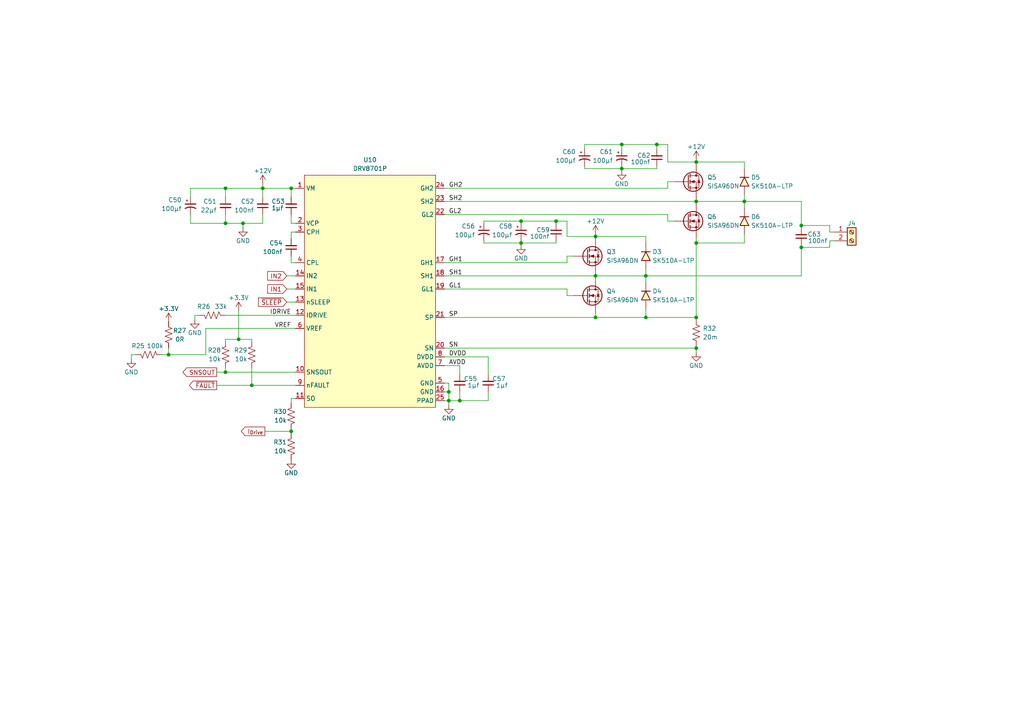
<source format=kicad_sch>
(kicad_sch (version 20231120) (generator "eeschema") (generator_version "8.0")
  (paper "A4")
  (lib_symbols
    (symbol "Device:C_Polarized_Small_US" (pin_numbers hide) (pin_names (offset 0.254) hide)
      (property "Reference" "C" (at 0.254 1.778 0))
      (property "Value" "C_Polarized_Small_US" (at 0.254 -2.032 0))
      (symbol "C_Polarized_Small_US_0_1"
        (polyline (pts (xy -1.524 0.508) (xy 1.524 0.508)) (stroke (width 0.3048)))
        (polyline (pts (xy -1.27 1.524) (xy -0.762 1.524)))
        (polyline (pts (xy -1.016 1.27) (xy -1.016 1.778)))
        (arc (start 1.524 -0.762) (mid 0 -0.3734) (end -1.524 -0.762) (stroke (width 0.3048)))
      )
      (symbol "C_Polarized_Small_US_1_1"
        (pin passive line (at 0 2.54 270) (length 2.032) (name "~") (number "1"))
        (pin passive line (at 0 -2.54 90) (length 2.032) (name "~") (number "2"))
      )
    )
    (symbol "Device:C_Small" (pin_numbers hide) (pin_names (offset 0.254) hide)
      (property "Reference" "C" (at 0.254 1.778 0))
      (property "Value" "C_Small" (at 0.254 -2.032 0))
      (symbol "C_Small_0_1"
        (polyline (pts (xy -1.524 -0.508) (xy 1.524 -0.508)) (stroke (width 0.3302)))
        (polyline (pts (xy -1.524 0.508) (xy 1.524 0.508)) (stroke (width 0.3048)))
      )
      (symbol "C_Small_1_1"
        (pin passive line (at 0 2.54 270) (length 2.032) (name "~") (number "1"))
        (pin passive line (at 0 -2.54 90) (length 2.032) (name "~") (number "2"))
      )
    )
    (symbol "Device:R_US" (pin_numbers hide) (pin_names (offset 0))
      (property "Reference" "R" (at 2.54 0 90))
      (property "Value" "R_US" (at -2.54 0 90))
      (symbol "R_US_0_1"
        (polyline (pts (xy 0 -2.286) (xy 0 -2.54)))
        (polyline (pts (xy 0 2.286) (xy 0 2.54)))
        (polyline (pts (xy 0 -0.762) (xy 1.016 -1.143) (xy 0 -1.524) (xy -1.016 -1.905) (xy 0 -2.286)))
        (polyline (pts (xy 0 0.762) (xy 1.016 0.381) (xy 0 0) (xy -1.016 -0.381) (xy 0 -0.762)))
        (polyline (pts (xy 0 2.286) (xy 1.016 1.905) (xy 0 1.524) (xy -1.016 1.143) (xy 0 0.762)))
      )
      (symbol "R_US_1_1"
        (pin passive line (at 0 3.81 270) (length 1.27) (name "~") (number "1"))
        (pin passive line (at 0 -3.81 90) (length 1.27) (name "~") (number "2"))
      )
    )
    (symbol "SK510A-LTP_1" (pin_numbers hide) (pin_names (offset 0) hide)
      (property "Reference" "D" (at 0 4.445 0))
      (property "Value" "SK510A-LTP" (at 0 2.54 0))
      (symbol "SK510A-LTP_1_0_1"
        (polyline (pts (xy -1.27 1.27) (xy -1.27 -1.27)) (stroke (width 0.254)))
      )
      (symbol "SK510A-LTP_1_1_1"
        (polyline (pts (xy 1.27 1.27) (xy 1.27 -1.27) (xy -1.27 0) (xy 1.27 1.27)) (stroke (width 0.254)) (fill (type background)))
        (pin passive line (at -3.81 0 0) (length 2.54) (name "K") (number "1"))
        (pin passive line (at 3.81 0 180) (length 2.54) (name "A") (number "2"))
      )
    )
    (symbol "parts:DRV8701P"
      (property "Reference" "U" (at 0 38.1 0))
      (property "Value" "DRV8701P" (at 0 35.56 0))
      (symbol "DRV8701P_1_1"
        (rectangle (start -19.05 33.02) (end 19.05 -34.29) (fill (type background)))
        (pin power_in line (at -21.59 29.21 0) (length 2.54) (name "VM") (number "1"))
        (pin open_collector line (at -21.59 -24.13 0) (length 2.54) (name "SNSOUT") (number "10"))
        (pin output line (at -21.59 -31.75 0) (length 2.54) (name "SO") (number "11"))
        (pin input line (at -21.59 -7.62 0) (length 2.54) (name "IDRIVE") (number "12"))
        (pin input line (at -21.59 -3.81 0) (length 2.54) (name "nSLEEP") (number "13"))
        (pin input line (at -21.59 3.81 0) (length 2.54) (name "IN2") (number "14"))
        (pin input line (at -21.59 0 0) (length 2.54) (name "IN1") (number "15"))
        (pin power_in line (at 21.59 -29.845 180) (length 2.54) (name "GND") (number "16"))
        (pin output line (at 21.59 7.62 180) (length 2.54) (name "GH1") (number "17"))
        (pin input line (at 21.59 3.81 180) (length 2.54) (name "SH1") (number "18"))
        (pin output line (at 21.59 0 180) (length 2.54) (name "GL1") (number "19"))
        (pin power_out line (at -21.59 19.05 0) (length 2.54) (name "VCP") (number "2"))
        (pin input line (at 21.59 -17.145 180) (length 2.54) (name "SN") (number "20"))
        (pin input line (at 21.59 -8.255 180) (length 2.54) (name "SP") (number "21"))
        (pin output line (at 21.59 21.59 180) (length 2.54) (name "GL2") (number "22"))
        (pin input line (at 21.59 25.4 180) (length 2.54) (name "SH2") (number "23"))
        (pin output line (at 21.59 29.21 180) (length 2.54) (name "GH2") (number "24"))
        (pin power_in line (at 21.59 -32.385 180) (length 2.54) (name "PPAD") (number "25"))
        (pin power_out line (at -21.59 16.51 0) (length 2.54) (name "CPH") (number "3"))
        (pin power_out line (at -21.59 7.62 0) (length 2.54) (name "CPL") (number "4"))
        (pin power_in line (at 21.59 -27.305 180) (length 2.54) (name "GND") (number "5"))
        (pin input line (at -21.59 -11.43 0) (length 2.54) (name "VREF") (number "6"))
        (pin power_out line (at 21.59 -22.225 180) (length 2.54) (name "AVDD") (number "7"))
        (pin power_out line (at 21.59 -19.685 180) (length 2.54) (name "DVDD") (number "8"))
        (pin open_collector line (at -21.59 -27.94 0) (length 2.54) (name "nFAULT") (number "9"))
      )
    )
    (symbol "parts:SISA96DN" (pin_numbers hide) (pin_names (offset 0) hide)
      (property "Reference" "Q" (at 2.54 1.27 0))
      (property "Value" "SISA96DN" (at 2.54 -1.27 0))
      (symbol "SISA96DN_0_1"
        (circle (center -0.889 0) (radius 2.794) (stroke (width 0.254)))
        (circle (center 0 -1.778) (radius 0.254) (fill (type outline)))
        (polyline (pts (xy -2.286 0) (xy -3.81 0)))
        (polyline (pts (xy -2.286 1.905) (xy -2.286 -1.905)) (stroke (width 0.254)))
        (polyline (pts (xy -1.778 -1.27) (xy -1.778 -2.286)) (stroke (width 0.254)))
        (polyline (pts (xy -1.778 0.508) (xy -1.778 -0.508)) (stroke (width 0.254)))
        (polyline (pts (xy -1.778 2.286) (xy -1.778 1.27)) (stroke (width 0.254)))
        (polyline (pts (xy 0 2.54) (xy 0 1.778)))
        (polyline (pts (xy 0 -2.54) (xy 0 0) (xy -1.778 0)))
        (polyline (pts (xy -1.778 -1.778) (xy 0.762 -1.778) (xy 0.762 1.778) (xy -1.778 1.778)))
        (polyline (pts (xy -1.524 0) (xy -0.508 0.381) (xy -0.508 -0.381) (xy -1.524 0)) (fill (type outline)))
        (polyline (pts (xy 0.381 0.381) (xy 0.381 0.381) (xy 1.143 0.381) (xy 1.143 0.381)))
        (circle (center 0 1.778) (radius 0.254) (fill (type outline)))
      )
      (symbol "SISA96DN_1_1"
        (polyline (pts (xy 0.762 0.381) (xy 0.381 -0.254) (xy 1.143 -0.254) (xy 0.762 0.381)) (fill (type outline)))
        (pin passive line (at 0 -5.08 90) (length 2.54) (name "S") (number "1"))
        (pin passive line (at 0 -5.08 90) (length 2.54) hide (name "S") (number "2"))
        (pin passive line (at 0 -5.08 90) (length 2.54) hide (name "S") (number "3"))
        (pin input line (at -6.35 0 0) (length 2.54) (name "G") (number "4"))
        (pin passive line (at 0 5.08 270) (length 2.54) (name "D") (number "5"))
      )
    )
    (symbol "parts:Screw_Terminal_01x02" (pin_names (offset 1.016) hide)
      (property "Reference" "J" (at 0 2.54 0))
      (property "Value" "Screw_Terminal_01x02" (at 0 -5.08 0))
      (symbol "Screw_Terminal_01x02_1_1"
        (rectangle (start -1.27 1.27) (end 1.27 -3.81) (stroke (width 0.254)) (fill (type background)))
        (circle (center 0 -2.54) (radius 0.635) (stroke (width 0.1524)))
        (polyline (pts (xy -0.5334 -2.2098) (xy 0.3302 -3.048)) (stroke (width 0.1524)))
        (polyline (pts (xy -0.5334 0.3302) (xy 0.3302 -0.508)) (stroke (width 0.1524)))
        (polyline (pts (xy -0.3556 -2.032) (xy 0.508 -2.8702)) (stroke (width 0.1524)))
        (polyline (pts (xy -0.3556 0.508) (xy 0.508 -0.3302)) (stroke (width 0.1524)))
        (circle (center 0 0) (radius 0.635) (stroke (width 0.1524)))
        (pin passive line (at -5.08 0 0) (length 3.81) (name "Pin_1") (number "1"))
        (pin passive line (at -5.08 -2.54 0) (length 3.81) (name "Pin_2") (number "2"))
      )
    )
    (symbol "power:+12V" (power) (pin_names (offset 0))
      (property "Value" "+12V" (at 0 3.556 0))
      (symbol "+12V_0_1"
        (polyline (pts (xy -0.762 1.27) (xy 0 2.54)))
        (polyline (pts (xy 0 0) (xy 0 2.54)))
        (polyline (pts (xy 0 2.54) (xy 0.762 1.27)))
      )
      (symbol "+12V_1_1"
        (pin power_in line (at 0 0 90) (length 0) hide (name "+12V") (number "1"))
      )
    )
    (symbol "power:+3.3V" (power) (pin_names (offset 0))
      (property "Value" "+3.3V" (at 0 3.556 0))
      (symbol "+3.3V_0_1"
        (polyline (pts (xy -0.762 1.27) (xy 0 2.54)))
        (polyline (pts (xy 0 0) (xy 0 2.54)))
        (polyline (pts (xy 0 2.54) (xy 0.762 1.27)))
      )
      (symbol "+3.3V_1_1"
        (pin power_in line (at 0 0 90) (length 0) hide (name "+3.3V") (number "1"))
      )
    )
    (symbol "power:GND" (power) (pin_names (offset 0))
      (property "Value" "GND" (at 0 -3.81 0))
      (symbol "GND_0_1"
        (polyline (pts (xy 0 0) (xy 0 -1.27) (xy 1.27 -1.27) (xy 0 -2.54) (xy -1.27 -1.27) (xy 0 -1.27)))
      )
      (symbol "GND_1_1"
        (pin power_in line (at 0 0 270) (length 0) hide (name "GND") (number "1"))
      )
    )
  )
  (junction (at 65.405 54.61))
  (junction (at 161.29 64.135))
  (junction (at 73.025 111.76))
  (junction (at 201.93 70.485))
  (junction (at 232.41 65.405))
  (junction (at 172.72 68.58))
  (junction (at 130.175 113.665))
  (junction (at 201.93 92.075))
  (junction (at 130.175 116.205))
  (junction (at 151.13 64.135))
  (junction (at 187.325 80.01))
  (junction (at 48.895 102.87))
  (junction (at 180.34 41.91))
  (junction (at 69.215 98.425))
  (junction (at 190.5 41.91))
  (junction (at 187.325 92.075))
  (junction (at 172.72 92.075))
  (junction (at 65.405 107.95))
  (junction (at 65.405 64.77))
  (junction (at 84.455 125.095))
  (junction (at 84.455 54.61))
  (junction (at 232.41 71.755))
  (junction (at 172.72 80.01))
  (junction (at 201.93 58.42))
  (junction (at 215.9 58.42))
  (junction (at 180.34 48.895))
  (junction (at 76.2 54.61))
  (junction (at 133.35 116.205))
  (junction (at 70.485 64.77))
  (junction (at 201.93 100.965))
  (junction (at 151.13 70.485))
  (junction (at 201.93 46.99))
  (wire (pts (xy 193.675 64.135) (xy 193.675 62.23)))
  (wire (pts (xy 84.455 115.57) (xy 84.455 116.84)))
  (wire (pts (xy 201.93 100.33) (xy 201.93 100.965)))
  (wire (pts (xy 133.35 113.665) (xy 133.35 116.205)))
  (wire (pts (xy 241.935 67.31) (xy 240.665 67.31)))
  (wire (pts (xy 55.245 57.15) (xy 55.245 54.61)))
  (wire (pts (xy 69.215 98.425) (xy 73.025 98.425)))
  (wire (pts (xy 85.725 76.2) (xy 84.455 76.2)))
  (wire (pts (xy 240.665 67.31) (xy 240.665 65.405)))
  (wire (pts (xy 187.325 92.075) (xy 201.93 92.075)))
  (wire (pts (xy 46.99 102.87) (xy 48.895 102.87)))
  (wire (pts (xy 201.93 46.99) (xy 215.9 46.99)))
  (wire (pts (xy 187.325 78.105) (xy 187.325 80.01)))
  (wire (pts (xy 240.665 71.755) (xy 240.665 69.85)))
  (wire (pts (xy 187.325 80.01) (xy 232.41 80.01)))
  (wire (pts (xy 59.69 95.25) (xy 85.725 95.25)))
  (wire (pts (xy 232.41 80.01) (xy 232.41 71.755)))
  (wire (pts (xy 69.215 90.17) (xy 69.215 98.425)))
  (wire (pts (xy 201.93 46.355) (xy 201.93 46.99)))
  (wire (pts (xy 140.335 64.77) (xy 140.335 64.135)))
  (wire (pts (xy 65.405 98.425) (xy 69.215 98.425)))
  (wire (pts (xy 84.455 76.2) (xy 84.455 74.295)))
  (wire (pts (xy 240.665 65.405) (xy 232.41 65.405)))
  (wire (pts (xy 240.665 69.85) (xy 241.935 69.85)))
  (wire (pts (xy 187.325 80.01) (xy 187.325 81.915)))
  (wire (pts (xy 172.72 92.075) (xy 187.325 92.075)))
  (wire (pts (xy 232.41 65.405) (xy 232.41 58.42)))
  (wire (pts (xy 193.675 41.91) (xy 193.675 46.99)))
  (wire (pts (xy 84.455 64.77) (xy 84.455 62.23)))
  (wire (pts (xy 76.2 62.23) (xy 76.2 64.77)))
  (wire (pts (xy 128.905 92.075) (xy 172.72 92.075)))
  (wire (pts (xy 232.41 58.42) (xy 215.9 58.42)))
  (wire (pts (xy 232.41 71.755) (xy 240.665 71.755)))
  (wire (pts (xy 70.485 64.77) (xy 65.405 64.77)))
  (wire (pts (xy 128.905 116.205) (xy 130.175 116.205)))
  (wire (pts (xy 151.13 64.135) (xy 151.13 64.77)))
  (wire (pts (xy 172.72 68.58) (xy 172.72 69.215)))
  (wire (pts (xy 84.455 54.61) (xy 76.2 54.61)))
  (wire (pts (xy 193.675 46.99) (xy 201.93 46.99)))
  (wire (pts (xy 130.175 111.125) (xy 130.175 113.665)))
  (wire (pts (xy 83.185 83.82) (xy 85.725 83.82)))
  (wire (pts (xy 215.9 67.945) (xy 215.9 70.485)))
  (wire (pts (xy 85.725 115.57) (xy 84.455 115.57)))
  (wire (pts (xy 84.455 67.31) (xy 84.455 69.215)))
  (wire (pts (xy 169.545 48.895) (xy 169.545 48.26)))
  (wire (pts (xy 85.725 54.61) (xy 84.455 54.61)))
  (wire (pts (xy 164.465 85.725) (xy 164.465 83.82)))
  (wire (pts (xy 76.2 53.34) (xy 76.2 54.61)))
  (wire (pts (xy 76.2 54.61) (xy 76.2 57.15)))
  (wire (pts (xy 201.93 69.215) (xy 201.93 70.485)))
  (wire (pts (xy 172.72 67.945) (xy 172.72 68.58)))
  (wire (pts (xy 133.35 106.045) (xy 133.35 108.585)))
  (wire (pts (xy 83.185 87.63) (xy 85.725 87.63)))
  (wire (pts (xy 161.29 64.135) (xy 164.465 64.135)))
  (wire (pts (xy 65.405 107.95) (xy 85.725 107.95)))
  (wire (pts (xy 232.41 65.405) (xy 232.41 66.04)))
  (wire (pts (xy 73.025 98.425) (xy 73.025 99.06)))
  (wire (pts (xy 141.605 103.505) (xy 141.605 108.585)))
  (wire (pts (xy 161.29 69.85) (xy 161.29 70.485)))
  (wire (pts (xy 169.545 43.18) (xy 169.545 41.91)))
  (wire (pts (xy 172.72 80.01) (xy 187.325 80.01)))
  (wire (pts (xy 232.41 71.12) (xy 232.41 71.755)))
  (wire (pts (xy 62.865 107.95) (xy 65.405 107.95)))
  (wire (pts (xy 141.605 113.665) (xy 141.605 116.205)))
  (wire (pts (xy 201.93 102.235) (xy 201.93 100.965)))
  (wire (pts (xy 128.905 58.42) (xy 201.93 58.42)))
  (wire (pts (xy 85.725 67.31) (xy 84.455 67.31)))
  (wire (pts (xy 84.455 54.61) (xy 84.455 57.15)))
  (wire (pts (xy 128.905 111.125) (xy 130.175 111.125)))
  (wire (pts (xy 201.93 92.075) (xy 201.93 92.71)))
  (wire (pts (xy 140.335 70.485) (xy 151.13 70.485)))
  (wire (pts (xy 190.5 41.91) (xy 190.5 43.18)))
  (wire (pts (xy 187.325 89.535) (xy 187.325 92.075)))
  (wire (pts (xy 70.485 64.77) (xy 70.485 66.04)))
  (wire (pts (xy 180.34 41.91) (xy 190.5 41.91)))
  (wire (pts (xy 130.175 116.205) (xy 130.175 117.475)))
  (wire (pts (xy 140.335 70.485) (xy 140.335 69.85)))
  (wire (pts (xy 76.2 54.61) (xy 65.405 54.61)))
  (wire (pts (xy 190.5 48.26) (xy 190.5 48.895)))
  (wire (pts (xy 201.93 46.99) (xy 201.93 47.625)))
  (wire (pts (xy 65.405 54.61) (xy 65.405 57.15)))
  (wire (pts (xy 130.175 113.665) (xy 130.175 116.205)))
  (wire (pts (xy 201.93 70.485) (xy 201.93 92.075)))
  (wire (pts (xy 128.905 54.61) (xy 193.675 54.61)))
  (wire (pts (xy 169.545 48.895) (xy 180.34 48.895)))
  (wire (pts (xy 55.245 62.23) (xy 55.245 64.77)))
  (wire (pts (xy 169.545 41.91) (xy 180.34 41.91)))
  (wire (pts (xy 187.325 68.58) (xy 187.325 70.485)))
  (wire (pts (xy 62.865 111.76) (xy 73.025 111.76)))
  (wire (pts (xy 38.1 102.87) (xy 38.1 104.14)))
  (wire (pts (xy 85.725 64.77) (xy 84.455 64.77)))
  (wire (pts (xy 151.13 64.135) (xy 161.29 64.135)))
  (wire (pts (xy 59.69 95.25) (xy 59.69 102.87)))
  (wire (pts (xy 128.905 106.045) (xy 133.35 106.045)))
  (wire (pts (xy 56.515 91.44) (xy 56.515 92.71)))
  (wire (pts (xy 180.34 41.91) (xy 180.34 43.18)))
  (wire (pts (xy 195.58 52.705) (xy 193.675 52.705)))
  (wire (pts (xy 130.175 113.665) (xy 128.905 113.665)))
  (wire (pts (xy 128.905 80.01) (xy 172.72 80.01)))
  (wire (pts (xy 65.405 64.77) (xy 65.405 62.23)))
  (wire (pts (xy 76.2 64.77) (xy 70.485 64.77)))
  (wire (pts (xy 166.37 74.295) (xy 164.465 74.295)))
  (wire (pts (xy 151.13 70.485) (xy 151.13 71.12)))
  (wire (pts (xy 65.405 98.425) (xy 65.405 99.06)))
  (wire (pts (xy 128.905 103.505) (xy 141.605 103.505)))
  (wire (pts (xy 73.025 106.68) (xy 73.025 111.76)))
  (wire (pts (xy 215.9 58.42) (xy 201.93 58.42)))
  (wire (pts (xy 128.905 76.2) (xy 164.465 76.2)))
  (wire (pts (xy 55.245 54.61) (xy 65.405 54.61)))
  (wire (pts (xy 128.905 100.965) (xy 201.93 100.965)))
  (wire (pts (xy 130.175 116.205) (xy 133.35 116.205)))
  (wire (pts (xy 133.35 116.205) (xy 141.605 116.205)))
  (wire (pts (xy 201.93 57.785) (xy 201.93 58.42)))
  (wire (pts (xy 201.93 58.42) (xy 201.93 59.055)))
  (wire (pts (xy 164.465 68.58) (xy 172.72 68.58)))
  (wire (pts (xy 65.405 64.77) (xy 55.245 64.77)))
  (wire (pts (xy 172.72 68.58) (xy 187.325 68.58)))
  (wire (pts (xy 166.37 85.725) (xy 164.465 85.725)))
  (wire (pts (xy 65.405 106.68) (xy 65.405 107.95)))
  (wire (pts (xy 140.335 64.135) (xy 151.13 64.135)))
  (wire (pts (xy 161.29 64.135) (xy 161.29 64.77)))
  (wire (pts (xy 172.72 80.01) (xy 172.72 80.645)))
  (wire (pts (xy 83.185 80.01) (xy 85.725 80.01)))
  (wire (pts (xy 172.72 92.075) (xy 172.72 90.805)))
  (wire (pts (xy 180.34 48.895) (xy 180.34 48.26)))
  (wire (pts (xy 56.515 91.44) (xy 57.785 91.44)))
  (wire (pts (xy 76.835 125.095) (xy 84.455 125.095)))
  (wire (pts (xy 48.895 102.87) (xy 59.69 102.87)))
  (wire (pts (xy 84.455 124.46) (xy 84.455 125.095)))
  (wire (pts (xy 73.025 111.76) (xy 85.725 111.76)))
  (wire (pts (xy 48.895 100.965) (xy 48.895 102.87)))
  (wire (pts (xy 151.13 70.485) (xy 151.13 69.85)))
  (wire (pts (xy 190.5 41.91) (xy 193.675 41.91)))
  (wire (pts (xy 215.9 58.42) (xy 215.9 60.325)))
  (wire (pts (xy 164.465 74.295) (xy 164.465 76.2)))
  (wire (pts (xy 215.9 56.515) (xy 215.9 58.42)))
  (wire (pts (xy 201.93 70.485) (xy 215.9 70.485)))
  (wire (pts (xy 215.9 46.99) (xy 215.9 48.895)))
  (wire (pts (xy 65.405 91.44) (xy 85.725 91.44)))
  (wire (pts (xy 84.455 125.095) (xy 84.455 125.73)))
  (wire (pts (xy 193.675 52.705) (xy 193.675 54.61)))
  (wire (pts (xy 128.905 62.23) (xy 193.675 62.23)))
  (wire (pts (xy 164.465 64.135) (xy 164.465 68.58)))
  (wire (pts (xy 128.905 83.82) (xy 164.465 83.82)))
  (wire (pts (xy 195.58 64.135) (xy 193.675 64.135)))
  (wire (pts (xy 39.37 102.87) (xy 38.1 102.87)))
  (wire (pts (xy 172.72 79.375) (xy 172.72 80.01)))
  (wire (pts (xy 190.5 48.895) (xy 180.34 48.895)))
  (wire (pts (xy 161.29 70.485) (xy 151.13 70.485)))
  (wire (pts (xy 180.34 48.895) (xy 180.34 49.53)))
  (label "SH1" (at 130.175 80.01 0))
  (label "SH2" (at 130.175 58.42 0))
  (label "GH1" (at 130.175 76.2 0))
  (label "GL2" (at 130.175 62.23 0))
  (label "VREF" (at 84.455 95.25 180))
  (label "DVDD" (at 130.175 103.505 0))
  (label "AVDD" (at 130.175 106.045 0))
  (label "SP" (at 130.175 92.075 0))
  (label "GL1" (at 130.175 83.82 0))
  (label "GH2" (at 130.175 54.61 0))
  (label "SN" (at 130.175 100.965 0))
  (label "IDRIVE" (at 84.455 91.44 180))
  (global_label "~{SLEEP}" (shape input) (at 83.185 87.63 180) (property "Intersheetrefs" "${INTERSHEET_REFS}" (effects (hide yes))))
  (global_label "IN1" (shape input) (at 83.185 83.82 180) (property "Intersheetrefs" "${INTERSHEET_REFS}" (effects (hide yes))))
  (global_label "I_{Drive}" (shape output) (at 76.835 125.095 180) (property "Intersheetrefs" "${INTERSHEET_REFS}" (effects (hide yes))))
  (global_label "SNSOUT" (shape output) (at 62.865 107.95 180) (property "Intersheetrefs" "${INTERSHEET_REFS}" (effects (hide yes))))
  (global_label "IN2" (shape input) (at 83.185 80.01 180) (property "Intersheetrefs" "${INTERSHEET_REFS}" (effects (hide yes))))
  (global_label "~{FAULT}" (shape output) (at 62.865 111.76 180) (property "Intersheetrefs" "${INTERSHEET_REFS}" (effects (hide yes))))
  (symbol (lib_id "parts:Screw_Terminal_01x02") (at 247.015 67.31 0) (unit 1)
    (property "Reference" "J4" (at 247.015 64.77 0))
    (property "Value" "Screw_Terminal_01x02" (effects (hide yes)))
    (property "Footprint" "Parts:YK4410203000G" (effects (hide yes)))
  )
  (symbol (lib_id "Device:C_Small") (at 84.455 71.755 0) (mirror x) (unit 1)
    (property "Reference" "C54" (at 78.105 70.485 0) (effects (justify left)))
    (property "Value" "100nf" (at 76.2 73.025 0) (effects (justify left)))
    (property "Footprint" "Capacitor_SMD:C_0603_1608Metric" (effects (hide yes)))
  )
  (symbol (lib_id "power:+12V") (at 76.2 53.34 0) (unit 1)
    (property "Reference" "#PWR064" (effects (hide yes)))
    (property "Value" "+12V" (at 76.2 49.53 0))
  )
  (symbol (lib_id "Device:C_Polarized_Small_US") (at 180.34 45.72 0) (unit 1)
    (property "Reference" "C61" (at 177.8 44.0182 0) (effects (justify right)))
    (property "Value" "100μf" (at 177.8 46.5582 0) (effects (justify right)))
    (property "Footprint" "Capacitor_SMD:CP_Elec_6.3x7.7" (effects (hide yes)))
  )
  (symbol (lib_id "parts:SISA96DN") (at 201.93 64.135 0) (unit 1)
    (property "Reference" "Q6" (at 205.105 62.865 0) (effects (justify left)))
    (property "Value" "SISA96DN" (at 205.105 65.405 0) (effects (justify left)))
    (property "Footprint" "Parts:Vishay_PowerPAK_1212-8_Single" (effects (hide yes)))
  )
  (symbol (lib_id "Device:R_US") (at 65.405 102.87 0) (mirror y) (unit 1)
    (property "Reference" "R28" (at 64.135 101.6 0) (effects (justify left)))
    (property "Value" "10k" (at 64.135 104.14 0) (effects (justify left)))
    (property "Footprint" "Resistor_SMD:R_0603_1608Metric" (effects (hide yes)))
  )
  (symbol (lib_name "SK510A-LTP_1") (lib_id "parts:SK510A-LTP") (at 187.325 74.295 270) (unit 1)
    (property "Reference" "D3" (at 189.23 73.025 90) (effects (justify left)))
    (property "Value" "SK510A-LTP" (at 189.23 75.565 90) (effects (justify left)))
    (property "Footprint" "Diode_SMD:D_SMA" (effects (hide yes)))
  )
  (symbol (lib_id "Device:C_Polarized_Small_US") (at 140.335 67.31 0) (unit 1)
    (property "Reference" "C56" (at 137.795 65.6082 0) (effects (justify right)))
    (property "Value" "100μf" (at 137.795 68.1482 0) (effects (justify right)))
    (property "Footprint" "Capacitor_SMD:CP_Elec_6.3x7.7" (effects (hide yes)))
  )
  (symbol (lib_id "parts:DRV8701P") (at 107.315 83.82 0) (unit 1)
    (property "Reference" "U10" (at 107.315 46.355 0))
    (property "Value" "DRV8701P" (at 107.315 48.895 0))
    (property "Footprint" "Parts:VQFN-24-1EP_4x4mm_P0.5mm_EP2.45x2.45mm_ThermalVias" (effects (hide yes)))
    (property "Datasheet" "https://www.ti.com/lit/ds/symlink/drv8701.pdf?ts=1664388191862&ref_url=https%253A%252F%252Fwww.ti.com%252Fproduct%252FDRV8701" (effects (hide yes)))
  )
  (symbol (lib_name "SK510A-LTP_1") (lib_id "parts:SK510A-LTP") (at 187.325 85.725 270) (unit 1)
    (property "Reference" "D4" (at 189.23 84.455 90) (effects (justify left)))
    (property "Value" "SK510A-LTP" (at 189.23 86.995 90) (effects (justify left)))
    (property "Footprint" "Diode_SMD:D_SMA" (effects (hide yes)))
  )
  (symbol (lib_id "Device:R_US") (at 201.93 96.52 0) (unit 1)
    (property "Reference" "R32" (at 203.835 95.25 0) (effects (justify left)))
    (property "Value" "20m" (at 203.835 97.79 0) (effects (justify left)))
    (property "Footprint" "Resistor_SMD:R_2512_6332Metric" (effects (hide yes)))
  )
  (symbol (lib_id "Device:C_Small") (at 141.605 111.125 180) (unit 1)
    (property "Reference" "C57" (at 146.685 109.855 0) (effects (justify left)))
    (property "Value" "1μf" (at 147.32 111.76 0) (effects (justify left)))
    (property "Footprint" "Capacitor_SMD:C_0603_1608Metric" (effects (hide yes)))
  )
  (symbol (lib_id "Device:C_Small") (at 133.35 111.125 180) (unit 1)
    (property "Reference" "C55" (at 138.43 109.855 0) (effects (justify left)))
    (property "Value" "1μf" (at 139.065 111.76 0) (effects (justify left)))
    (property "Footprint" "Capacitor_SMD:C_0603_1608Metric" (effects (hide yes)))
  )
  (symbol (lib_id "Device:R_US") (at 84.455 120.65 0) (mirror y) (unit 1)
    (property "Reference" "R30" (at 83.185 119.38 0) (effects (justify left)))
    (property "Value" "10k" (at 83.185 121.92 0) (effects (justify left)))
    (property "Footprint" "Resistor_SMD:R_0603_1608Metric" (effects (hide yes)))
  )
  (symbol (lib_id "power:GND") (at 38.1 104.14 0) (unit 1)
    (property "Reference" "#PWR061" (effects (hide yes)))
    (property "Value" "GND" (at 38.1 107.95 0))
  )
  (symbol (lib_id "Device:C_Small") (at 232.41 68.58 180) (unit 1)
    (property "Reference" "C63" (at 238.125 67.945 0) (effects (justify left)))
    (property "Value" "100nf" (at 240.03 69.85 0) (effects (justify left)))
    (property "Footprint" "Capacitor_SMD:C_0603_1608Metric" (effects (hide yes)))
  )
  (symbol (lib_name "SK510A-LTP_1") (lib_id "parts:SK510A-LTP") (at 215.9 52.705 270) (unit 1)
    (property "Reference" "D5" (at 217.805 51.435 90) (effects (justify left)))
    (property "Value" "SK510A-LTP" (at 217.805 53.975 90) (effects (justify left)))
    (property "Footprint" "Diode_SMD:D_SMA" (effects (hide yes)))
  )
  (symbol (lib_id "power:GND") (at 130.175 117.475 0) (unit 1)
    (property "Reference" "#PWR066" (effects (hide yes)))
    (property "Value" "GND" (at 130.175 121.285 0))
  )
  (symbol (lib_id "Device:R_US") (at 73.025 102.87 0) (mirror y) (unit 1)
    (property "Reference" "R29" (at 71.755 101.6 0) (effects (justify left)))
    (property "Value" "10k" (at 71.755 104.14 0) (effects (justify left)))
    (property "Footprint" "Resistor_SMD:R_0603_1608Metric" (effects (hide yes)))
  )
  (symbol (lib_id "power:+3.3V") (at 69.215 90.17 0) (unit 1)
    (property "Reference" "#PWR062" (effects (hide yes)))
    (property "Value" "+3.3V" (at 69.215 86.36 0))
  )
  (symbol (lib_id "Device:C_Polarized_Small_US") (at 151.13 67.31 0) (unit 1)
    (property "Reference" "C58" (at 148.59 65.6082 0) (effects (justify right)))
    (property "Value" "100μf" (at 148.59 68.1482 0) (effects (justify right)))
    (property "Footprint" "Capacitor_SMD:CP_Elec_6.3x7.7" (effects (hide yes)))
  )
  (symbol (lib_id "parts:SISA96DN") (at 172.72 85.725 0) (unit 1)
    (property "Reference" "Q4" (at 175.895 84.455 0) (effects (justify left)))
    (property "Value" "SISA96DN" (at 175.895 86.995 0) (effects (justify left)))
    (property "Footprint" "Parts:Vishay_PowerPAK_1212-8_Single" (effects (hide yes)))
  )
  (symbol (lib_id "Device:R_US") (at 84.455 129.54 0) (mirror y) (unit 1)
    (property "Reference" "R31" (at 83.185 128.27 0) (effects (justify left)))
    (property "Value" "10k" (at 83.185 130.81 0) (effects (justify left)))
    (property "Footprint" "Resistor_SMD:R_0603_1608Metric" (effects (hide yes)))
  )
  (symbol (lib_id "power:GND") (at 180.34 49.53 0) (unit 1)
    (property "Reference" "#PWR069" (effects (hide yes)))
    (property "Value" "GND" (at 180.34 53.34 0))
  )
  (symbol (lib_id "power:GND") (at 201.93 102.235 0) (unit 1)
    (property "Reference" "#PWR071" (effects (hide yes)))
    (property "Value" "GND" (at 201.93 106.045 0))
  )
  (symbol (lib_id "power:GND") (at 84.455 133.35 0) (unit 1)
    (property "Reference" "#PWR065" (effects (hide yes)))
    (property "Value" "GND" (at 84.455 137.16 0))
  )
  (symbol (lib_id "Device:C_Small") (at 161.29 67.31 0) (mirror x) (unit 1)
    (property "Reference" "C59" (at 155.575 66.675 0) (effects (justify left)))
    (property "Value" "100nf" (at 153.67 68.58 0) (effects (justify left)))
    (property "Footprint" "Capacitor_SMD:C_0603_1608Metric" (effects (hide yes)))
  )
  (symbol (lib_id "Device:R_US") (at 48.895 97.155 0) (unit 1)
    (property "Reference" "R27" (at 50.165 95.885 0) (effects (justify left)))
    (property "Value" "0R" (at 50.8 98.425 0) (effects (justify left)))
    (property "Footprint" "Resistor_SMD:R_0603_1608Metric" (effects (hide yes)))
  )
  (symbol (lib_id "power:GND") (at 151.13 71.12 0) (unit 1)
    (property "Reference" "#PWR067" (effects (hide yes)))
    (property "Value" "GND" (at 151.13 74.93 0))
  )
  (symbol (lib_id "parts:SISA96DN") (at 172.72 74.295 0) (unit 1)
    (property "Reference" "Q3" (at 175.895 73.025 0) (effects (justify left)))
    (property "Value" "SISA96DN" (at 175.895 75.565 0) (effects (justify left)))
    (property "Footprint" "Parts:Vishay_PowerPAK_1212-8_Single" (effects (hide yes)))
  )
  (symbol (lib_id "power:+12V") (at 172.72 67.945 0) (unit 1)
    (property "Reference" "#PWR068" (effects (hide yes)))
    (property "Value" "+12V" (at 172.72 64.135 0))
  )
  (symbol (lib_id "power:+12V") (at 201.93 46.355 0) (unit 1)
    (property "Reference" "#PWR070" (effects (hide yes)))
    (property "Value" "+12V" (at 201.93 42.545 0))
  )
  (symbol (lib_id "Device:C_Small") (at 76.2 59.69 0) (mirror x) (unit 1)
    (property "Reference" "C52" (at 69.85 58.42 0) (effects (justify left)))
    (property "Value" "100nf" (at 67.945 60.96 0) (effects (justify left)))
    (property "Footprint" "Capacitor_SMD:C_0603_1608Metric" (effects (hide yes)))
  )
  (symbol (lib_id "Device:C_Small") (at 190.5 45.72 0) (mirror x) (unit 1)
    (property "Reference" "C62" (at 184.785 45.085 0) (effects (justify left)))
    (property "Value" "100nf" (at 182.88 46.99 0) (effects (justify left)))
    (property "Footprint" "Capacitor_SMD:C_0603_1608Metric" (effects (hide yes)))
  )
  (symbol (lib_id "Device:C_Small") (at 84.455 59.69 0) (mirror x) (unit 1)
    (property "Reference" "C53" (at 78.74 58.42 0) (effects (justify left)))
    (property "Value" "1μf" (at 78.74 60.325 0) (effects (justify left)))
    (property "Footprint" "Capacitor_SMD:C_0603_1608Metric" (effects (hide yes)))
  )
  (symbol (lib_id "power:+3.3V") (at 48.895 93.345 0) (unit 1)
    (property "Reference" "#PWR037" (effects (hide yes)))
    (property "Value" "+3.3V" (at 48.895 89.535 0))
  )
  (symbol (lib_id "Device:C_Polarized_Small_US") (at 169.545 45.72 0) (unit 1)
    (property "Reference" "C60" (at 167.005 44.0182 0) (effects (justify right)))
    (property "Value" "100μf" (at 167.005 46.5582 0) (effects (justify right)))
    (property "Footprint" "Capacitor_SMD:CP_Elec_6.3x7.7" (effects (hide yes)))
  )
  (symbol (lib_id "Device:R_US") (at 43.18 102.87 270) (mirror x) (unit 1)
    (property "Reference" "R25" (at 38.1 100.33 90) (effects (justify left)))
    (property "Value" "100k" (at 42.545 100.33 90) (effects (justify left)))
    (property "Footprint" "Resistor_SMD:R_0603_1608Metric" (effects (hide yes)))
  )
  (symbol (lib_id "power:GND") (at 56.515 92.71 0) (unit 1)
    (property "Reference" "#PWR091" (effects (hide yes)))
    (property "Value" "GND" (at 56.515 96.52 0))
  )
  (symbol (lib_name "SK510A-LTP_1") (lib_id "parts:SK510A-LTP") (at 215.9 64.135 270) (unit 1)
    (property "Reference" "D6" (at 217.805 62.865 90) (effects (justify left)))
    (property "Value" "SK510A-LTP" (at 217.805 65.405 90) (effects (justify left)))
    (property "Footprint" "Diode_SMD:D_SMA" (effects (hide yes)))
  )
  (symbol (lib_id "Device:C_Small") (at 65.405 59.69 0) (mirror y) (unit 1)
    (property "Reference" "C51" (at 62.865 58.42 0) (effects (justify left)))
    (property "Value" "22μf" (at 62.865 60.96 0) (effects (justify left)))
    (property "Footprint" "Capacitor_SMD:C_0805_2012Metric" (effects (hide yes)))
  )
  (symbol (lib_id "power:GND") (at 70.485 66.04 0) (unit 1)
    (property "Reference" "#PWR063" (effects (hide yes)))
    (property "Value" "GND" (at 70.485 69.85 0))
  )
  (symbol (lib_id "Device:R_US") (at 61.595 91.44 270) (mirror x) (unit 1)
    (property "Reference" "R26" (at 57.15 88.9 90) (effects (justify left)))
    (property "Value" "33k" (at 62.23 88.9 90) (effects (justify left)))
    (property "Footprint" "Resistor_SMD:R_0603_1608Metric" (effects (hide yes)))
  )
  (symbol (lib_id "Device:C_Polarized_Small_US") (at 55.245 59.69 0) (unit 1)
    (property "Reference" "C50" (at 52.705 57.9882 0) (effects (justify right)))
    (property "Value" "100μf" (at 52.705 60.5282 0) (effects (justify right)))
    (property "Footprint" "Capacitor_SMD:CP_Elec_6.3x7.7" (effects (hide yes)))
  )
  (symbol (lib_id "parts:SISA96DN") (at 201.93 52.705 0) (unit 1)
    (property "Reference" "Q5" (at 205.105 51.435 0) (effects (justify left)))
    (property "Value" "SISA96DN" (at 205.105 53.975 0) (effects (justify left)))
    (property "Footprint" "Parts:Vishay_PowerPAK_1212-8_Single" (effects (hide yes)))
  )
)
</source>
